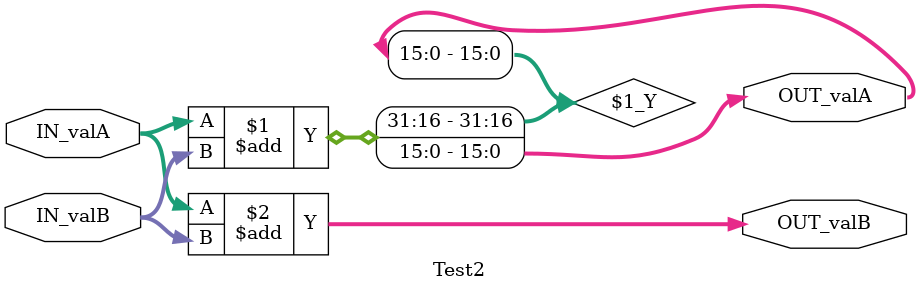
<source format=sv>



// endmodule


module Test2#(parameter N = 16)
(
  input logic[2*N-1:0] IN_valA,
  input logic[2*N-1:0] IN_valB,
  output logic[N-1:0] OUT_valA,
  output logic[2*N-1:0] OUT_valB
);

assign OUT_valA = IN_valA + IN_valB;
assign OUT_valB = IN_valA + IN_valB;


endmodule

</source>
